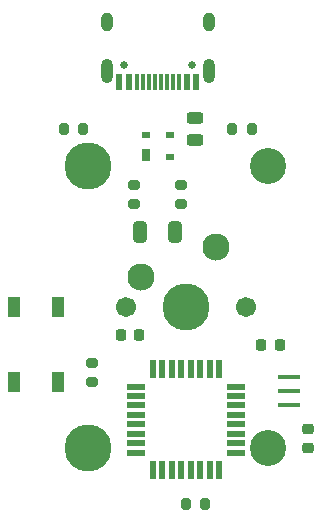
<source format=gbr>
%TF.GenerationSoftware,KiCad,Pcbnew,8.0.7*%
%TF.CreationDate,2025-02-15T22:59:02+05:30*%
%TF.ProjectId,isopcb,69736f70-6362-42e6-9b69-6361645f7063,rev?*%
%TF.SameCoordinates,Original*%
%TF.FileFunction,Soldermask,Bot*%
%TF.FilePolarity,Negative*%
%FSLAX46Y46*%
G04 Gerber Fmt 4.6, Leading zero omitted, Abs format (unit mm)*
G04 Created by KiCad (PCBNEW 8.0.7) date 2025-02-15 22:59:02*
%MOMM*%
%LPD*%
G01*
G04 APERTURE LIST*
G04 Aperture macros list*
%AMRoundRect*
0 Rectangle with rounded corners*
0 $1 Rounding radius*
0 $2 $3 $4 $5 $6 $7 $8 $9 X,Y pos of 4 corners*
0 Add a 4 corners polygon primitive as box body*
4,1,4,$2,$3,$4,$5,$6,$7,$8,$9,$2,$3,0*
0 Add four circle primitives for the rounded corners*
1,1,$1+$1,$2,$3*
1,1,$1+$1,$4,$5*
1,1,$1+$1,$6,$7*
1,1,$1+$1,$8,$9*
0 Add four rect primitives between the rounded corners*
20,1,$1+$1,$2,$3,$4,$5,0*
20,1,$1+$1,$4,$5,$6,$7,0*
20,1,$1+$1,$6,$7,$8,$9,0*
20,1,$1+$1,$8,$9,$2,$3,0*%
G04 Aperture macros list end*
%ADD10C,3.987800*%
%ADD11C,1.701800*%
%ADD12C,3.048000*%
%ADD13C,2.300000*%
%ADD14RoundRect,0.225000X0.250000X-0.225000X0.250000X0.225000X-0.250000X0.225000X-0.250000X-0.225000X0*%
%ADD15RoundRect,0.225000X-0.225000X-0.250000X0.225000X-0.250000X0.225000X0.250000X-0.225000X0.250000X0*%
%ADD16RoundRect,0.243750X-0.456250X0.243750X-0.456250X-0.243750X0.456250X-0.243750X0.456250X0.243750X0*%
%ADD17C,0.650000*%
%ADD18R,0.600000X1.450000*%
%ADD19R,0.300000X1.450000*%
%ADD20O,1.000000X1.600000*%
%ADD21O,1.000000X2.100000*%
%ADD22RoundRect,0.200000X-0.200000X-0.275000X0.200000X-0.275000X0.200000X0.275000X-0.200000X0.275000X0*%
%ADD23R,1.900000X0.400000*%
%ADD24RoundRect,0.200000X0.200000X0.275000X-0.200000X0.275000X-0.200000X-0.275000X0.200000X-0.275000X0*%
%ADD25RoundRect,0.200000X0.275000X-0.200000X0.275000X0.200000X-0.275000X0.200000X-0.275000X-0.200000X0*%
%ADD26RoundRect,0.250000X-0.325000X-0.650000X0.325000X-0.650000X0.325000X0.650000X-0.325000X0.650000X0*%
%ADD27RoundRect,0.225000X0.225000X0.250000X-0.225000X0.250000X-0.225000X-0.250000X0.225000X-0.250000X0*%
%ADD28RoundRect,0.200000X-0.275000X0.200000X-0.275000X-0.200000X0.275000X-0.200000X0.275000X0.200000X0*%
%ADD29R,1.000000X1.700000*%
%ADD30R,0.700000X1.000000*%
%ADD31R,0.700000X0.600000*%
%ADD32R,1.600000X0.550000*%
%ADD33R,0.550000X1.600000*%
G04 APERTURE END LIST*
D10*
%TO.C,SW1*%
X158422000Y-81718600D03*
X158422000Y-105594600D03*
D11*
X161597000Y-93656600D03*
D10*
X166677000Y-93656600D03*
D11*
X171757000Y-93656600D03*
D12*
X173662000Y-81718600D03*
X173662000Y-105594600D03*
D13*
X162867000Y-91116600D03*
X169217000Y-88576600D03*
%TD*%
D14*
%TO.C,C3*%
X176995100Y-105562100D03*
X176995100Y-104012100D03*
%TD*%
D15*
%TO.C,C1*%
X161139800Y-96037700D03*
X162689800Y-96037700D03*
%TD*%
D16*
%TO.C,F1*%
X167470700Y-77638800D03*
X167470700Y-79513800D03*
%TD*%
D17*
%TO.C,J1*%
X161405900Y-73162800D03*
X167185900Y-73162800D03*
D18*
X161045900Y-74607800D03*
X161845900Y-74607800D03*
D19*
X163045900Y-74607800D03*
X164045900Y-74607800D03*
X164545900Y-74607800D03*
X165545900Y-74607800D03*
D18*
X166745900Y-74607800D03*
X167545900Y-74607800D03*
X167545900Y-74607800D03*
X166745900Y-74607800D03*
D19*
X166045900Y-74607800D03*
X165045900Y-74607800D03*
X163545900Y-74607800D03*
X162545900Y-74607800D03*
D18*
X161845900Y-74607800D03*
X161045900Y-74607800D03*
D20*
X159975900Y-69512800D03*
D21*
X159975900Y-73692800D03*
D20*
X168615900Y-69512800D03*
D21*
X168615900Y-73692800D03*
%TD*%
D22*
%TO.C,R4*%
X170614200Y-78576300D03*
X172264200Y-78576300D03*
%TD*%
%TO.C,R3*%
X166645700Y-110324300D03*
X168295700Y-110324300D03*
%TD*%
D23*
%TO.C,Y1*%
X175407700Y-99581000D03*
X175407700Y-100781000D03*
X175407700Y-101981000D03*
%TD*%
D24*
%TO.C,R5*%
X157977600Y-78576300D03*
X156327600Y-78576300D03*
%TD*%
D25*
%TO.C,R6*%
X158740000Y-100037500D03*
X158740000Y-98387500D03*
%TD*%
D26*
%TO.C,C2*%
X162820900Y-87307000D03*
X165770900Y-87307000D03*
%TD*%
D27*
%TO.C,C4*%
X174595300Y-96831400D03*
X173045300Y-96831400D03*
%TD*%
D28*
%TO.C,R1*%
X166295900Y-83307200D03*
X166295900Y-84957200D03*
%TD*%
D29*
%TO.C,SW2*%
X152077800Y-93681400D03*
X152077800Y-99981400D03*
X155877800Y-93681400D03*
X155877800Y-99981400D03*
%TD*%
D28*
%TO.C,R2*%
X162295900Y-83307200D03*
X162295900Y-84957200D03*
%TD*%
D30*
%TO.C,D1*%
X163295900Y-80760000D03*
D31*
X163295900Y-79060000D03*
X165295900Y-79060000D03*
X165295900Y-80960000D03*
%TD*%
D32*
%TO.C,U1*%
X170927000Y-100381000D03*
X170927000Y-101181000D03*
X170927000Y-101981000D03*
X170927000Y-102781000D03*
X170927000Y-103581000D03*
X170927000Y-104381000D03*
X170927000Y-105181000D03*
X170927000Y-105981000D03*
D33*
X169477000Y-107431000D03*
X168677000Y-107431000D03*
X167877000Y-107431000D03*
X167077000Y-107431000D03*
X166277000Y-107431000D03*
X165477000Y-107431000D03*
X164677000Y-107431000D03*
X163877000Y-107431000D03*
D32*
X162427000Y-105981000D03*
X162427000Y-105181000D03*
X162427000Y-104381000D03*
X162427000Y-103581000D03*
X162427000Y-102781000D03*
X162427000Y-101981000D03*
X162427000Y-101181000D03*
X162427000Y-100381000D03*
D33*
X163877000Y-98931000D03*
X164677000Y-98931000D03*
X165477000Y-98931000D03*
X166277000Y-98931000D03*
X167077000Y-98931000D03*
X167877000Y-98931000D03*
X168677000Y-98931000D03*
X169477000Y-98931000D03*
%TD*%
M02*

</source>
